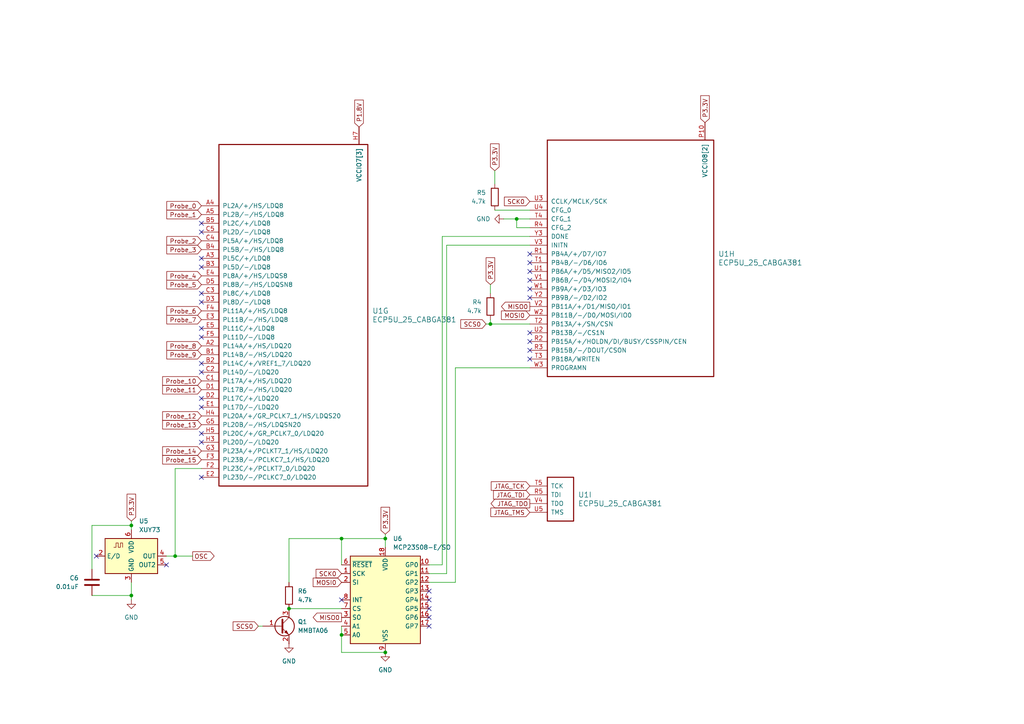
<source format=kicad_sch>
(kicad_sch (version 20231120) (generator "eeschema") (generator_version "8.0")
  (paper "A4")
  (title_block (title "HydraSucréLA"))
  (lib_symbols
    (symbol "Device:C" (pin_numbers hide) (pin_names (offset 0.254))
      (property "Reference" "C" (at 0.635 2.54 0))
      (property "Value" "C" (at 0.635 -2.54 0))
      (symbol "C_0_1"
        (polyline (pts (xy -2.032 -0.762) (xy 2.032 -0.762)) (stroke (width 0.508)))
        (polyline (pts (xy -2.032 0.762) (xy 2.032 0.762)) (stroke (width 0.508)))
      )
      (symbol "C_1_1"
        (pin passive line (at 0 3.81 270) (length 2.794) (name "~") (number "1"))
        (pin passive line (at 0 -3.81 90) (length 2.794) (name "~") (number "2"))
      )
    )
    (symbol "Device:R" (pin_numbers hide) (pin_names (offset 0))
      (property "Reference" "R" (at 2.032 0 90))
      (property "Value" "R" (at 0 0 90))
      (symbol "R_0_1"
        (rectangle (start -1.016 -2.54) (end 1.016 2.54) (stroke (width 0.254)))
      )
      (symbol "R_1_1"
        (pin passive line (at 0 3.81 270) (length 1.27) (name "~") (number "1"))
        (pin passive line (at 0 -3.81 90) (length 1.27) (name "~") (number "2"))
      )
    )
    (symbol "Interface_Expansion:MCP23008-xSO"
      (property "Reference" "U6" (at 2.1941 17.78 0))
      (property "Value" "MCP23S08-xSO" (at 2.1941 15.24 0))
      (symbol "MCP23008-xSO_0_1"
        (rectangle (start -10.16 12.7) (end 10.16 -12.7) (stroke (width 0.254)) (fill (type background)))
      )
      (symbol "MCP23008-xSO_1_1"
        (pin input line (at -12.7 7.62 0) (length 2.54) (name "SCK") (number "1"))
        (pin bidirectional line (at 12.7 10.16 180) (length 2.54) (name "GP0") (number "10"))
        (pin bidirectional line (at 12.7 7.62 180) (length 2.54) (name "GP1") (number "11"))
        (pin bidirectional line (at 12.7 5.08 180) (length 2.54) (name "GP2") (number "12"))
        (pin bidirectional line (at 12.7 2.54 180) (length 2.54) (name "GP3") (number "13"))
        (pin bidirectional line (at 12.7 0 180) (length 2.54) (name "GP4") (number "14"))
        (pin bidirectional line (at 12.7 -2.54 180) (length 2.54) (name "GP5") (number "15"))
        (pin bidirectional line (at 12.7 -5.08 180) (length 2.54) (name "GP6") (number "16"))
        (pin bidirectional line (at 12.7 -7.62 180) (length 2.54) (name "GP7") (number "17"))
        (pin power_in line (at 0 15.24 270) (length 2.54) (name "VDD") (number "18"))
        (pin input line (at -12.7 5.08 0) (length 2.54) (name "SI") (number "2"))
        (pin output line (at -12.7 -5.08 0) (length 2.54) (name "SO") (number "3"))
        (pin input line (at -12.7 -7.62 0) (length 2.54) (name "A1") (number "4"))
        (pin input line (at -12.7 -10.16 0) (length 2.54) (name "A0") (number "5"))
        (pin input line (at -12.7 10.16 0) (length 2.54) (name "~{RESET}") (number "6"))
        (pin input line (at -12.7 -2.54 0) (length 2.54) (name "CS") (number "7"))
        (pin output line (at -12.7 0 0) (length 2.54) (name "INT") (number "8"))
        (pin power_in line (at 0 -15.24 90) (length 2.54) (name "VSS") (number "9"))
      )
    )
    (symbol "Lattice_ECP5_FPGA:ECP5U_25_CABGA381" (pin_names (offset 1.016))
      (property "Reference" "U" (at 3.81 6.35 0))
      (property "Value" "ECP5U_25_CABGA381" (at 3.81 3.81 0))
      (symbol "ECP5U_25_CABGA381_1_1"
        (rectangle (start 5.08 17.78) (end 25.4 -96.52) (stroke (width 0.3048)))
        (pin no_connect line (at 0 -27.94 0) (length 5.08) (name "NC") (number "A15"))
        (pin power_in line (at 20.32 -101.6 90) (length 5.08) (name "GND[99]") (number "B14"))
        (pin power_in line (at 20.32 -101.6 90) (length 5.08) (name "GND[99]") (number "B7"))
        (pin power_in line (at 20.32 -101.6 90) (length 5.08) (name "GND[99]") (number "C19"))
        (pin no_connect line (at 0 -60.96 0) (length 5.08) (name "NC") (number "C9"))
        (pin no_connect line (at 0 -55.88 0) (length 5.08) (name "NC") (number "D10"))
        (pin power_in line (at 20.32 -101.6 90) (length 5.08) (name "GND[99]") (number "D4"))
        (pin no_connect line (at 0 -58.42 0) (length 5.08) (name "NC") (number "E10"))
        (pin power_in line (at 20.32 -101.6 90) (length 5.08) (name "GND[99]") (number "F13"))
        (pin power_in line (at 20.32 -101.6 90) (length 5.08) (name "GND[99]") (number "F14"))
        (pin power_in line (at 20.32 22.86 270) (length 5.08) (name "VCCAUX[4]") (number "F15"))
        (pin power_in line (at 20.32 22.86 270) (length 5.08) (name "VCCAUX[4]") (number "F6"))
        (pin power_in line (at 20.32 -101.6 90) (length 5.08) (name "GND[99]") (number "F7"))
        (pin power_in line (at 20.32 -101.6 90) (length 5.08) (name "GND[99]") (number "F8"))
        (pin power_in line (at 20.32 -101.6 90) (length 5.08) (name "GND[99]") (number "G10"))
        (pin power_in line (at 20.32 -101.6 90) (length 5.08) (name "GND[99]") (number "G11"))
        (pin power_in line (at 20.32 -101.6 90) (length 5.08) (name "GND[99]") (number "G12"))
        (pin power_in line (at 20.32 -101.6 90) (length 5.08) (name "GND[99]") (number "G13"))
        (pin power_in line (at 20.32 -101.6 90) (length 5.08) (name "GND[99]") (number "G14"))
        (pin power_in line (at 20.32 -101.6 90) (length 5.08) (name "GND[99]") (number "G15"))
        (pin power_in line (at 20.32 -101.6 90) (length 5.08) (name "GND[99]") (number "G17"))
        (pin power_in line (at 20.32 -101.6 90) (length 5.08) (name "GND[99]") (number "G4"))
        (pin power_in line (at 20.32 -101.6 90) (length 5.08) (name "GND[99]") (number "G6"))
        (pin power_in line (at 20.32 -101.6 90) (length 5.08) (name "GND[99]") (number "G7"))
        (pin power_in line (at 20.32 -101.6 90) (length 5.08) (name "GND[99]") (number "G8"))
        (pin power_in line (at 20.32 -101.6 90) (length 5.08) (name "GND[99]") (number "G9"))
        (pin power_in line (at 22.86 22.86 270) (length 5.08) (name "VCC[20]") (number "H10"))
        (pin power_in line (at 22.86 22.86 270) (length 5.08) (name "VCC[20]") (number "H11"))
        (pin power_in line (at 22.86 22.86 270) (length 5.08) (name "VCC[20]") (number "H12"))
        (pin power_in line (at 22.86 22.86 270) (length 5.08) (name "VCC[20]") (number "H13"))
        (pin power_in line (at 20.32 -101.6 90) (length 5.08) (name "GND[99]") (number "H19"))
        (pin power_in line (at 22.86 22.86 270) (length 5.08) (name "VCC[20]") (number "H8"))
        (pin power_in line (at 22.86 22.86 270) (length 5.08) (name "VCC[20]") (number "H9"))
        (pin power_in line (at 20.32 -101.6 90) (length 5.08) (name "GND[99]") (number "J10"))
        (pin power_in line (at 20.32 -101.6 90) (length 5.08) (name "GND[99]") (number "J11"))
        (pin power_in line (at 20.32 -101.6 90) (length 5.08) (name "GND[99]") (number "J12"))
        (pin power_in line (at 22.86 22.86 270) (length 5.08) (name "VCC[20]") (number "J13"))
        (pin power_in line (at 20.32 -101.6 90) (length 5.08) (name "GND[99]") (number "J14"))
        (pin power_in line (at 20.32 -101.6 90) (length 5.08) (name "GND[99]") (number "J2"))
        (pin power_in line (at 20.32 -101.6 90) (length 5.08) (name "GND[99]") (number "J7"))
        (pin power_in line (at 22.86 22.86 270) (length 5.08) (name "VCC[20]") (number "J8"))
        (pin power_in line (at 20.32 -101.6 90) (length 5.08) (name "GND[99]") (number "J9"))
        (pin power_in line (at 20.32 -101.6 90) (length 5.08) (name "GND[99]") (number "K10"))
        (pin power_in line (at 20.32 -101.6 90) (length 5.08) (name "GND[99]") (number "K11"))
        (pin power_in line (at 20.32 -101.6 90) (length 5.08) (name "GND[99]") (number "K12"))
        (pin power_in line (at 22.86 22.86 270) (length 5.08) (name "VCC[20]") (number "K13"))
        (pin power_in line (at 20.32 -101.6 90) (length 5.08) (name "GND[99]") (number "K14"))
        (pin power_in line (at 20.32 -101.6 90) (length 5.08) (name "GND[99]") (number "K15"))
        (pin no_connect line (at 0 -20.32 0) (length 5.08) (name "NC") (number "K16"))
        (pin no_connect line (at 0 -10.16 0) (length 5.08) (name "NC") (number "K17"))
        (pin power_in line (at 20.32 -101.6 90) (length 5.08) (name "GND[99]") (number "K6"))
        (pin power_in line (at 20.32 -101.6 90) (length 5.08) (name "GND[99]") (number "K7"))
        (pin power_in line (at 22.86 22.86 270) (length 5.08) (name "VCC[20]") (number "K8"))
        (pin power_in line (at 20.32 -101.6 90) (length 5.08) (name "GND[99]") (number "K9"))
        (pin power_in line (at 20.32 -101.6 90) (length 5.08) (name "GND[99]") (number "L10"))
        (pin power_in line (at 20.32 -101.6 90) (length 5.08) (name "GND[99]") (number "L11"))
        (pin power_in line (at 20.32 -101.6 90) (length 5.08) (name "GND[99]") (number "L12"))
        (pin power_in line (at 22.86 22.86 270) (length 5.08) (name "VCC[20]") (number "L13"))
        (pin power_in line (at 22.86 22.86 270) (length 5.08) (name "VCC[20]") (number "L8"))
        (pin power_in line (at 20.32 -101.6 90) (length 5.08) (name "GND[99]") (number "L9"))
        (pin power_in line (at 20.32 -101.6 90) (length 5.08) (name "GND[99]") (number "M10"))
        (pin power_in line (at 20.32 -101.6 90) (length 5.08) (name "GND[99]") (number "M11"))
        (pin power_in line (at 20.32 -101.6 90) (length 5.08) (name "GND[99]") (number "M12"))
        (pin power_in line (at 22.86 22.86 270) (length 5.08) (name "VCC[20]") (number "M13"))
        (pin power_in line (at 20.32 -101.6 90) (length 5.08) (name "GND[99]") (number "M14"))
        (pin power_in line (at 20.32 -101.6 90) (length 5.08) (name "GND[99]") (number "M16"))
        (pin power_in line (at 20.32 -101.6 90) (length 5.08) (name "GND[99]") (number "M2"))
        (pin no_connect line (at 0 -63.5 0) (length 5.08) (name "NC") (number "M5"))
        (pin power_in line (at 20.32 -101.6 90) (length 5.08) (name "GND[99]") (number "M7"))
        (pin power_in line (at 22.86 22.86 270) (length 5.08) (name "VCC[20]") (number "M8"))
        (pin power_in line (at 20.32 -101.6 90) (length 5.08) (name "GND[99]") (number "M9"))
        (pin power_in line (at 22.86 22.86 270) (length 5.08) (name "VCC[20]") (number "N10"))
        (pin power_in line (at 22.86 22.86 270) (length 5.08) (name "VCC[20]") (number "N11"))
        (pin power_in line (at 22.86 22.86 270) (length 5.08) (name "VCC[20]") (number "N12"))
        (pin power_in line (at 22.86 22.86 270) (length 5.08) (name "VCC[20]") (number "N13"))
        (pin power_in line (at 20.32 -101.6 90) (length 5.08) (name "GND[99]") (number "N14"))
        (pin power_in line (at 20.32 -101.6 90) (length 5.08) (name "GND[99]") (number "N15"))
        (pin power_in line (at 20.32 -101.6 90) (length 5.08) (name "GND[99]") (number "N6"))
        (pin power_in line (at 20.32 -101.6 90) (length 5.08) (name "GND[99]") (number "N7"))
        (pin power_in line (at 22.86 22.86 270) (length 5.08) (name "VCC[20]") (number "N8"))
        (pin power_in line (at 22.86 22.86 270) (length 5.08) (name "VCC[20]") (number "N9"))
        (pin power_in line (at 20.32 -101.6 90) (length 5.08) (name "GND[99]") (number "P11"))
        (pin power_in line (at 20.32 -101.6 90) (length 5.08) (name "GND[99]") (number "P12"))
        (pin power_in line (at 20.32 -101.6 90) (length 5.08) (name "GND[99]") (number "P13"))
        (pin power_in line (at 20.32 -101.6 90) (length 5.08) (name "GND[99]") (number "P14"))
        (pin power_in line (at 20.32 22.86 270) (length 5.08) (name "VCCAUX[4]") (number "P15"))
        (pin power_in line (at 20.32 22.86 270) (length 5.08) (name "VCCAUX[4]") (number "P6"))
        (pin power_in line (at 20.32 -101.6 90) (length 5.08) (name "GND[99]") (number "P7"))
        (pin power_in line (at 20.32 -101.6 90) (length 5.08) (name "GND[99]") (number "P8"))
        (pin power_in line (at 20.32 -101.6 90) (length 5.08) (name "GND[99]") (number "R19"))
        (pin power_in line (at 20.32 -101.6 90) (length 5.08) (name "GND[99]") (number "T10"))
        (pin no_connect line (at 0 -53.34 0) (length 5.08) (name "NC") (number "T11"))
        (pin no_connect line (at 0 -50.8 0) (length 5.08) (name "NC") (number "T12"))
        (pin no_connect line (at 0 -45.72 0) (length 5.08) (name "NC") (number "T13"))
        (pin no_connect line (at 0 -38.1 0) (length 5.08) (name "NC") (number "T14"))
        (pin no_connect line (at 0 -30.48 0) (length 5.08) (name "NC") (number "T15"))
        (pin no_connect line (at 0 -22.86 0) (length 5.08) (name "NC") (number "T16"))
        (pin power_in line (at 20.32 -101.6 90) (length 5.08) (name "GND[99]") (number "T6"))
        (pin power_in line (at 20.32 -101.6 90) (length 5.08) (name "GND[99]") (number "T7"))
        (pin power_in line (at 20.32 -101.6 90) (length 5.08) (name "GND[99]") (number "T8"))
        (pin power_in line (at 20.32 -101.6 90) (length 5.08) (name "GND[99]") (number "T9"))
        (pin power_in line (at 20.32 -101.6 90) (length 5.08) (name "GND[99]") (number "U10"))
        (pin power_in line (at 20.32 -101.6 90) (length 5.08) (name "GND[99]") (number "U11"))
        (pin power_in line (at 20.32 -101.6 90) (length 5.08) (name "GND[99]") (number "U12"))
        (pin power_in line (at 20.32 -101.6 90) (length 5.08) (name "GND[99]") (number "U13"))
        (pin power_in line (at 20.32 -101.6 90) (length 5.08) (name "GND[99]") (number "U14"))
        (pin no_connect line (at 0 -33.02 0) (length 5.08) (name "NC") (number "U15"))
        (pin power_in line (at 20.32 -101.6 90) (length 5.08) (name "GND[99]") (number "U6"))
        (pin power_in line (at 20.32 -101.6 90) (length 5.08) (name "GND[99]") (number "U7"))
        (pin power_in line (at 20.32 -101.6 90) (length 5.08) (name "GND[99]") (number "U8"))
        (pin power_in line (at 20.32 -101.6 90) (length 5.08) (name "GND[99]") (number "U9"))
        (pin power_in line (at 20.32 -101.6 90) (length 5.08) (name "GND[99]") (number "V10"))
        (pin power_in line (at 20.32 -101.6 90) (length 5.08) (name "GND[99]") (number "V11"))
        (pin power_in line (at 20.32 -101.6 90) (length 5.08) (name "GND[99]") (number "V12"))
        (pin power_in line (at 20.32 -101.6 90) (length 5.08) (name "GND[99]") (number "V13"))
        (pin power_in line (at 20.32 -101.6 90) (length 5.08) (name "GND[99]") (number "V14"))
        (pin power_in line (at 20.32 -101.6 90) (length 5.08) (name "GND[99]") (number "V15"))
        (pin power_in line (at 20.32 -101.6 90) (length 5.08) (name "GND[99]") (number "V16"))
        (pin no_connect line (at 0 -12.7 0) (length 5.08) (name "NC") (number "V17"))
        (pin no_connect line (at 0 -5.08 0) (length 5.08) (name "NC") (number "V18"))
        (pin power_in line (at 20.32 -101.6 90) (length 5.08) (name "GND[99]") (number "V19"))
        (pin power_in line (at 20.32 -101.6 90) (length 5.08) (name "GND[99]") (number "V20"))
        (pin power_in line (at 20.32 -101.6 90) (length 5.08) (name "GND[99]") (number "V5"))
        (pin power_in line (at 20.32 -101.6 90) (length 5.08) (name "GND[99]") (number "V6"))
        (pin power_in line (at 20.32 -101.6 90) (length 5.08) (name "GND[99]") (number "V7"))
        (pin power_in line (at 20.32 -101.6 90) (length 5.08) (name "GND[99]") (number "V8"))
        (pin power_in line (at 20.32 -101.6 90) (length 5.08) (name "GND[99]") (number "V9"))
        (pin no_connect line (at 0 -76.2 0) (length 5.08) (name "RESERVED") (number "W10"))
        (pin no_connect line (at 0 -78.74 0) (length 5.08) (name "RESERVED") (number "W11"))
        (pin power_in line (at 20.32 -101.6 90) (length 5.08) (name "GND[99]") (number "W12"))
        (pin no_connect line (at 0 -48.26 0) (length 5.08) (name "NC") (number "W13"))
        (pin no_connect line (at 0 -40.64 0) (length 5.08) (name "NC") (number "W14"))
        (pin power_in line (at 20.32 -101.6 90) (length 5.08) (name "GND[99]") (number "W15"))
        (pin power_in line (at 20.32 -101.6 90) (length 5.08) (name "GND[99]") (number "W16"))
        (pin no_connect line (at 0 -15.24 0) (length 5.08) (name "NC") (number "W17"))
        (pin no_connect line (at 0 -7.62 0) (length 5.08) (name "NC") (number "W18"))
        (pin power_in line (at 20.32 -101.6 90) (length 5.08) (name "GND[99]") (number "W19"))
        (pin no_connect line (at 0 0 0) (length 5.08) (name "NC") (number "W20"))
        (pin no_connect line (at 0 -66.04 0) (length 5.08) (name "RESERVED") (number "W4"))
        (pin no_connect line (at 0 -68.58 0) (length 5.08) (name "RESERVED") (number "W5"))
        (pin power_in line (at 20.32 -101.6 90) (length 5.08) (name "GND[99]") (number "W6"))
        (pin power_in line (at 20.32 -101.6 90) (length 5.08) (name "GND[99]") (number "W7"))
        (pin no_connect line (at 0 -71.12 0) (length 5.08) (name "RESERVED") (number "W8"))
        (pin no_connect line (at 0 -73.66 0) (length 5.08) (name "RESERVED") (number "W9"))
        (pin power_in line (at 20.32 -101.6 90) (length 5.08) (name "GND[99]") (number "Y11"))
        (pin power_in line (at 20.32 -101.6 90) (length 5.08) (name "GND[99]") (number "Y12"))
        (pin no_connect line (at 0 -43.18 0) (length 5.08) (name "NC") (number "Y14"))
        (pin no_connect line (at 0 -35.56 0) (length 5.08) (name "NC") (number "Y15"))
        (pin no_connect line (at 0 -25.4 0) (length 5.08) (name "NC") (number "Y16"))
        (pin no_connect line (at 0 -17.78 0) (length 5.08) (name "NC") (number "Y17"))
        (pin no_connect line (at 0 -2.54 0) (length 5.08) (name "NC") (number "Y19"))
        (pin power_in line (at 20.32 -101.6 90) (length 5.08) (name "GND[99]") (number "Y5"))
        (pin power_in line (at 20.32 -101.6 90) (length 5.08) (name "GND[99]") (number "Y6"))
        (pin power_in line (at 20.32 -101.6 90) (length 5.08) (name "GND[99]") (number "Y7"))
        (pin power_in line (at 20.32 -101.6 90) (length 5.08) (name "GND[99]") (number "Y8"))
      )
      (symbol "ECP5U_25_CABGA381_2_1"
        (rectangle (start 5.08 17.78) (end 35.56 -60.96) (stroke (width 0.3048)))
        (pin bidirectional line (at 0 -50.8 0) (length 5.08) (name "PT27A/+/PCLKT0_1") (number "A10"))
        (pin bidirectional line (at 0 -53.34 0) (length 5.08) (name "PT27B/-/PCLKC0_1") (number "A11"))
        (pin bidirectional line (at 0 0 0) (length 5.08) (name "PT4A/+") (number "A6"))
        (pin bidirectional line (at 0 -30.48 0) (length 5.08) (name "PT18A/+") (number "A7"))
        (pin bidirectional line (at 0 -33.02 0) (length 5.08) (name "PT18B/-") (number "A8"))
        (pin bidirectional line (at 0 -45.72 0) (length 5.08) (name "PT24A/+/GR_PCLK0_1") (number "A9"))
        (pin bidirectional line (at 0 -48.26 0) (length 5.08) (name "PT24B/-/GR_PCLK0_0") (number "B10"))
        (pin bidirectional line (at 0 -55.88 0) (length 5.08) (name "PT29A/+/PCLKT0_0") (number "B11"))
        (pin bidirectional line (at 0 -2.54 0) (length 5.08) (name "PT4B/-") (number "B6"))
        (pin bidirectional line (at 0 -27.94 0) (length 5.08) (name "PT15B/-") (number "B8"))
        (pin bidirectional line (at 0 -40.64 0) (length 5.08) (name "PT22A/+") (number "B9"))
        (pin bidirectional line (at 0 -43.18 0) (length 5.08) (name "PT22B/-") (number "C10"))
        (pin bidirectional line (at 0 -58.42 0) (length 5.08) (name "PT29B/-/PCLKC0_0") (number "C11"))
        (pin bidirectional line (at 0 -15.24 0) (length 5.08) (name "PT11A/+") (number "C6"))
        (pin bidirectional line (at 0 -17.78 0) (length 5.08) (name "PT11B/-") (number "C7"))
        (pin bidirectional line (at 0 -25.4 0) (length 5.08) (name "PT15A/+") (number "C8"))
        (pin bidirectional line (at 0 -7.62 0) (length 5.08) (name "PT6B/-") (number "D6"))
        (pin bidirectional line (at 0 -12.7 0) (length 5.08) (name "PT9B/-") (number "D7"))
        (pin bidirectional line (at 0 -22.86 0) (length 5.08) (name "PT13B/-") (number "D8"))
        (pin bidirectional line (at 0 -35.56 0) (length 5.08) (name "PT20A/+") (number "D9"))
        (pin bidirectional line (at 0 -5.08 0) (length 5.08) (name "PT6A/+") (number "E6"))
        (pin bidirectional line (at 0 -10.16 0) (length 5.08) (name "PT9A/+") (number "E7"))
        (pin bidirectional line (at 0 -20.32 0) (length 5.08) (name "PT13A/+") (number "E8"))
        (pin bidirectional line (at 0 -38.1 0) (length 5.08) (name "PT20B/-") (number "E9"))
        (pin power_in line (at 33.02 22.86 270) (length 5.08) (name "VCCIO0[2]") (number "F10"))
        (pin power_in line (at 33.02 22.86 270) (length 5.08) (name "VCCIO0[2]") (number "F9"))
      )
      (symbol "ECP5U_25_CABGA381_3_1"
        (rectangle (start 5.08 17.78) (end 35.56 -81.28) (stroke (width 0.3048)))
        (pin bidirectional line (at 0 -15.24 0) (length 5.08) (name "PT40A/+") (number "A12"))
        (pin bidirectional line (at 0 -17.78 0) (length 5.08) (name "PT40B/-") (number "A13"))
        (pin bidirectional line (at 0 -30.48 0) (length 5.08) (name "PT47A/+") (number "A14"))
        (pin bidirectional line (at 0 -50.8 0) (length 5.08) (name "PT56A/+") (number "A16"))
        (pin bidirectional line (at 0 -66.04 0) (length 5.08) (name "PT62A/+") (number "A17"))
        (pin bidirectional line (at 0 -71.12 0) (length 5.08) (name "PT65A/+") (number "A18"))
        (pin bidirectional line (at 0 -76.2 0) (length 5.08) (name "PT67A/+") (number "A19"))
        (pin bidirectional line (at 0 -5.08 0) (length 5.08) (name "PT35A/+/PCLKT1_0") (number "B12"))
        (pin bidirectional line (at 0 -20.32 0) (length 5.08) (name "PT42A/+") (number "B13"))
        (pin bidirectional line (at 0 -40.64 0) (length 5.08) (name "PT51A/+") (number "B15"))
        (pin bidirectional line (at 0 -53.34 0) (length 5.08) (name "PT56B/-") (number "B16"))
        (pin bidirectional line (at 0 -60.96 0) (length 5.08) (name "PT60A/+") (number "B17"))
        (pin bidirectional line (at 0 -68.58 0) (length 5.08) (name "PT62B/-") (number "B18"))
        (pin bidirectional line (at 0 -73.66 0) (length 5.08) (name "PT65B/-") (number "B19"))
        (pin bidirectional line (at 0 -78.74 0) (length 5.08) (name "PT67B/-") (number "B20"))
        (pin bidirectional line (at 0 -7.62 0) (length 5.08) (name "PT35B/-/PCLKC1_0") (number "C12"))
        (pin bidirectional line (at 0 -22.86 0) (length 5.08) (name "PT42B/-") (number "C13"))
        (pin bidirectional line (at 0 -33.02 0) (length 5.08) (name "PT47B/-") (number "C14"))
        (pin bidirectional line (at 0 -43.18 0) (length 5.08) (name "PT51B/-") (number "C15"))
        (pin bidirectional line (at 0 -55.88 0) (length 5.08) (name "PT58A/+") (number "C16"))
        (pin bidirectional line (at 0 -63.5 0) (length 5.08) (name "PT60B/-") (number "C17"))
        (pin bidirectional line (at 0 0 0) (length 5.08) (name "PT33A/+/PCLKT1_1") (number "D11"))
        (pin bidirectional line (at 0 -10.16 0) (length 5.08) (name "PT38A/+/GR_PCLK1_0") (number "D12"))
        (pin bidirectional line (at 0 -25.4 0) (length 5.08) (name "PT44A/+") (number "D13"))
        (pin bidirectional line (at 0 -35.56 0) (length 5.08) (name "PT49A/+") (number "D14"))
        (pin bidirectional line (at 0 -45.72 0) (length 5.08) (name "PT53A/+") (number "D15"))
        (pin bidirectional line (at 0 -58.42 0) (length 5.08) (name "PT58B/-") (number "D16"))
        (pin bidirectional line (at 0 -2.54 0) (length 5.08) (name "PT33B/-/PCLKC1_1") (number "E11"))
        (pin bidirectional line (at 0 -12.7 0) (length 5.08) (name "PT38B/-/GR_PCLK1_1") (number "E12"))
        (pin bidirectional line (at 0 -27.94 0) (length 5.08) (name "PT44B/-") (number "E13"))
        (pin bidirectional line (at 0 -38.1 0) (length 5.08) (name "PT49B/-") (number "E14"))
        (pin bidirectional line (at 0 -48.26 0) (length 5.08) (name "PT53B/-") (number "E15"))
        (pin power_in line (at 33.02 22.86 270) (length 5.08) (name "VCCIO1[2]") (number "F11"))
        (pin power_in line (at 33.02 22.86 270) (length 5.08) (name "VCCIO1[2]") (number "F12"))
      )
      (symbol "ECP5U_25_CABGA381_4_1"
        (rectangle (start 5.08 17.78) (end 48.26 -81.28) (stroke (width 0.3048)))
        (pin bidirectional line (at 0 0 0) (length 5.08) (name "PR2A/+/HS/RDQ8") (number "C18"))
        (pin bidirectional line (at 0 -40.64 0) (length 5.08) (name "PR14A/+/HS/RDQ20") (number "C20"))
        (pin bidirectional line (at 0 -2.54 0) (length 5.08) (name "PR2B/-/S0_IN/HS/RDQ8") (number "D17"))
        (pin bidirectional line (at 0 -10.16 0) (length 5.08) (name "PR5A/+/HS/RDQ8") (number "D18"))
        (pin bidirectional line (at 0 -43.18 0) (length 5.08) (name "PR14B/-/HS/RDQ20") (number "D19"))
        (pin bidirectional line (at 0 -45.72 0) (length 5.08) (name "PR14C/+/VREF1_2/RDQ20") (number "D20"))
        (pin bidirectional line (at 0 -5.08 0) (length 5.08) (name "PR2C/+/RDQ8") (number "E16"))
        (pin bidirectional line (at 0 -12.7 0) (length 5.08) (name "PR5B/-/HS/RDQ8") (number "E17"))
        (pin bidirectional line (at 0 -15.24 0) (length 5.08) (name "PR5C/+/RDQ8") (number "E18"))
        (pin bidirectional line (at 0 -48.26 0) (length 5.08) (name "PR14D/-/RDQ20") (number "E19"))
        (pin bidirectional line (at 0 -50.8 0) (length 5.08) (name "PR17A/+/HS/RDQ20") (number "E20"))
        (pin bidirectional line (at 0 -7.62 0) (length 5.08) (name "PR2D/-/RDQ8") (number "F16"))
        (pin bidirectional line (at 0 -20.32 0) (length 5.08) (name "PR8A/+/HS/RDQS8") (number "F17"))
        (pin bidirectional line (at 0 -17.78 0) (length 5.08) (name "PR5D/-/RDQ8") (number "F18"))
        (pin bidirectional line (at 0 -53.34 0) (length 5.08) (name "PR17B/-/HS/RDQ20") (number "F19"))
        (pin bidirectional line (at 0 -55.88 0) (length 5.08) (name "PR17C/+/RDQ20") (number "F20"))
        (pin bidirectional line (at 0 -25.4 0) (length 5.08) (name "PR8C/+/RDQ8") (number "G16"))
        (pin bidirectional line (at 0 -22.86 0) (length 5.08) (name "PR8B/-/HS/RDQSN8") (number "G18"))
        (pin bidirectional line (at 0 -60.96 0) (length 5.08) (name "PR20A/+/GR_PCLK2_1/HS/RDQS20") (number "G19"))
        (pin bidirectional line (at 0 -58.42 0) (length 5.08) (name "PR17D/-/RDQ20") (number "G20"))
        (pin power_in line (at 45.72 22.86 270) (length 5.08) (name "VCCIO2[3]") (number "H14"))
        (pin power_in line (at 45.72 22.86 270) (length 5.08) (name "VCCIO2[3]") (number "H15"))
        (pin bidirectional line (at 0 -27.94 0) (length 5.08) (name "PR8D/-/RDQ8") (number "H16"))
        (pin bidirectional line (at 0 -33.02 0) (length 5.08) (name "PR11B/-/HS/RDQ8") (number "H17"))
        (pin bidirectional line (at 0 -30.48 0) (length 5.08) (name "PR11A/+/HS/RDQ8") (number "H18"))
        (pin bidirectional line (at 0 -63.5 0) (length 5.08) (name "PR20B/-/HS/RDQSN20") (number "H20"))
        (pin power_in line (at 45.72 22.86 270) (length 5.08) (name "VCCIO2[3]") (number "J15"))
        (pin bidirectional line (at 0 -38.1 0) (length 5.08) (name "PR11D/-/RDQ8") (number "J16"))
        (pin bidirectional line (at 0 -35.56 0) (length 5.08) (name "PR11C/+/RDQ8") (number "J17"))
        (pin bidirectional line (at 0 -66.04 0) (length 5.08) (name "PR20C/+/GR_PCLK2_0/RDQ20") (number "J18"))
        (pin bidirectional line (at 0 -71.12 0) (length 5.08) (name "PR23A/+/PCLKT2_1/HS/RDQ20") (number "J19"))
        (pin bidirectional line (at 0 -76.2 0) (length 5.08) (name "PR23C/+/PCLKT2_0/RDQ20") (number "J20"))
        (pin bidirectional line (at 0 -68.58 0) (length 5.08) (name "PR20D/-/RDQ20") (number "K18"))
        (pin bidirectional line (at 0 -73.66 0) (length 5.08) (name "PR23B/-/PCLKC2_1/HS/RDQ20") (number "K19"))
        (pin bidirectional line (at 0 -78.74 0) (length 5.08) (name "PR23D/-/PCLKC2_0/RDQ20") (number "K20"))
      )
      (symbol "ECP5U_25_CABGA381_5_1"
        (rectangle (start 5.08 17.78) (end 48.26 -81.28) (stroke (width 0.3048)))
        (pin power_in line (at 45.72 22.86 270) (length 5.08) (name "VCCIO3[3]") (number "L14"))
        (pin power_in line (at 45.72 22.86 270) (length 5.08) (name "VCCIO3[3]") (number "L15"))
        (pin bidirectional line (at 0 -10.16 0) (length 5.08) (name "PR29A/+/GR_PCLK3_0/HS/RDQ32") (number "L16"))
        (pin bidirectional line (at 0 -12.7 0) (length 5.08) (name "PR29B/-/HS/RDQ32") (number "L17"))
        (pin bidirectional line (at 0 -15.24 0) (length 5.08) (name "PR29C/+/GR_PCLK3_1/RDQ32") (number "L18"))
        (pin bidirectional line (at 0 -5.08 0) (length 5.08) (name "PR26C/+/PCLKT3_0/RDQ32") (number "L19"))
        (pin bidirectional line (at 0 0 0) (length 5.08) (name "PR26A/+/PCLKT3_1/HS/RDQ32") (number "L20"))
        (pin power_in line (at 45.72 22.86 270) (length 5.08) (name "VCCIO3[3]") (number "M15"))
        (pin bidirectional line (at 0 -22.86 0) (length 5.08) (name "PR32B/-/HS/RDQSN32") (number "M17"))
        (pin bidirectional line (at 0 -17.78 0) (length 5.08) (name "PR29D/-/RDQ32") (number "M18"))
        (pin bidirectional line (at 0 -7.62 0) (length 5.08) (name "PR26D/-/PCLKC3_0/RDQ32") (number "M19"))
        (pin bidirectional line (at 0 -2.54 0) (length 5.08) (name "PR26B/-/PCLKC3_1/HS/RDQ32") (number "M20"))
        (pin bidirectional line (at 0 -20.32 0) (length 5.08) (name "PR32A/+/HS/RDQS32") (number "N16"))
        (pin bidirectional line (at 0 -30.48 0) (length 5.08) (name "PR35A/+/HS/RDQ32") (number "N17"))
        (pin bidirectional line (at 0 -25.4 0) (length 5.08) (name "PR32C/+/RDQ32") (number "N18"))
        (pin bidirectional line (at 0 -40.64 0) (length 5.08) (name "PR38A/+/HS/RDQ44") (number "N19"))
        (pin bidirectional line (at 0 -43.18 0) (length 5.08) (name "PR38B/-/HS/RDQ44") (number "N20"))
        (pin bidirectional line (at 0 -33.02 0) (length 5.08) (name "PR35B/-/VREF1_3/HS/RDQ32") (number "P16"))
        (pin bidirectional line (at 0 -27.94 0) (length 5.08) (name "PR32D/-/RDQ32") (number "P17"))
        (pin bidirectional line (at 0 -48.26 0) (length 5.08) (name "PR38D/-/RDQ44") (number "P18"))
        (pin bidirectional line (at 0 -45.72 0) (length 5.08) (name "PR38C/+/RDQ44") (number "P19"))
        (pin bidirectional line (at 0 -50.8 0) (length 5.08) (name "PR41A/+/HS/RDQ44") (number "P20"))
        (pin bidirectional line (at 0 -35.56 0) (length 5.08) (name "PR35C/+/RDQ32") (number "R16"))
        (pin bidirectional line (at 0 -38.1 0) (length 5.08) (name "PR35D/-/RDQ32") (number "R17"))
        (pin bidirectional line (at 0 -63.5 0) (length 5.08) (name "PR44B/-/HS/RDQSN44") (number "R18"))
        (pin bidirectional line (at 0 -53.34 0) (length 5.08) (name "PR41B/-/HS/RDQ44") (number "R20"))
        (pin bidirectional line (at 0 -78.74 0) (length 5.08) (name "PR47D/-/LRC_GPLL0C_IN/RDQ44") (number "T17"))
        (pin bidirectional line (at 0 -68.58 0) (length 5.08) (name "PR44D/-/RDQ44") (number "T18"))
        (pin bidirectional line (at 0 -60.96 0) (length 5.08) (name "PR44A/+/HS/RDQS44") (number "T19"))
        (pin bidirectional line (at 0 -55.88 0) (length 5.08) (name "PR41C/+/RDQ44") (number "T20"))
        (pin bidirectional line (at 0 -76.2 0) (length 5.08) (name "PR47C/+/LRC_GPLL0T_IN/RDQ44") (number "U16"))
        (pin bidirectional line (at 0 -73.66 0) (length 5.08) (name "PR47B/-/HS/RDQ44") (number "U17"))
        (pin bidirectional line (at 0 -71.12 0) (length 5.08) (name "PR47A/+/HS/RDQ44") (number "U18"))
        (pin bidirectional line (at 0 -66.04 0) (length 5.08) (name "PR44C/+/RDQ44") (number "U19"))
        (pin bidirectional line (at 0 -58.42 0) (length 5.08) (name "PR41D/-/RDQ44") (number "U20"))
      )
      (symbol "ECP5U_25_CABGA381_6_1"
        (rectangle (start 5.08 17.78) (end 48.26 -81.28) (stroke (width 0.3048)))
        (pin bidirectional line (at 0 -2.54 0) (length 5.08) (name "PL26B/-/PCLKC6_1/HS/LDQ32") (number "F1"))
        (pin bidirectional line (at 0 -7.62 0) (length 5.08) (name "PL26D/-/PCLKC6_0/LDQ32") (number "G1"))
        (pin bidirectional line (at 0 0 0) (length 5.08) (name "PL26A/+/PCLKT6_1/HS/LDQ32") (number "G2"))
        (pin bidirectional line (at 0 -25.4 0) (length 5.08) (name "PL32C/+/LDQ32") (number "H1"))
        (pin bidirectional line (at 0 -5.08 0) (length 5.08) (name "PL26C/+/PCLKT6_0/LDQ32") (number "H2"))
        (pin bidirectional line (at 0 -22.86 0) (length 5.08) (name "PL32B/-/HS/LDQSN32") (number "J1"))
        (pin bidirectional line (at 0 -15.24 0) (length 5.08) (name "PL29C/+/GR_PCLK6_1/LDQ32") (number "J3"))
        (pin bidirectional line (at 0 -10.16 0) (length 5.08) (name "PL29A/+/GR_PCLK6_0/HS/LDQ32") (number "J4"))
        (pin bidirectional line (at 0 -12.7 0) (length 5.08) (name "PL29B/-/HS/LDQ32") (number "J5"))
        (pin bidirectional line (at 0 -27.94 0) (length 5.08) (name "PL32D/-/LDQ32") (number "K1"))
        (pin bidirectional line (at 0 -20.32 0) (length 5.08) (name "PL32A/+/HS/LDQS32") (number "K2"))
        (pin bidirectional line (at 0 -17.78 0) (length 5.08) (name "PL29D/-/LDQ32") (number "K3"))
        (pin bidirectional line (at 0 -30.48 0) (length 5.08) (name "PL35A/+/HS/LDQ32") (number "K4"))
        (pin bidirectional line (at 0 -33.02 0) (length 5.08) (name "PL35B/-/VREF1_6/HS/LDQ32") (number "K5"))
        (pin bidirectional line (at 0 -66.04 0) (length 5.08) (name "PL44C/+/LDQ44") (number "L1"))
        (pin bidirectional line (at 0 -58.42 0) (length 5.08) (name "PL41D/-/LDQ44") (number "L2"))
        (pin bidirectional line (at 0 -55.88 0) (length 5.08) (name "PL41C/+/LDQ44") (number "L3"))
        (pin bidirectional line (at 0 -35.56 0) (length 5.08) (name "PL35C/+/LDQ32") (number "L4"))
        (pin bidirectional line (at 0 -38.1 0) (length 5.08) (name "PL35D/-/LDQ32") (number "L5"))
        (pin power_in line (at 45.72 22.86 270) (length 5.08) (name "VCCIO6[3]") (number "L6"))
        (pin power_in line (at 45.72 22.86 270) (length 5.08) (name "VCCIO6[3]") (number "L7"))
        (pin bidirectional line (at 0 -63.5 0) (length 5.08) (name "PL44B/-/HS/LDQSN44") (number "M1"))
        (pin bidirectional line (at 0 -53.34 0) (length 5.08) (name "PL41B/-/HS/LDQ44") (number "M3"))
        (pin bidirectional line (at 0 -40.64 0) (length 5.08) (name "PL38A/+/HS/LDQ44") (number "M4"))
        (pin power_in line (at 45.72 22.86 270) (length 5.08) (name "VCCIO6[3]") (number "M6"))
        (pin bidirectional line (at 0 -68.58 0) (length 5.08) (name "PL44D/-/LDQ44") (number "N1"))
        (pin bidirectional line (at 0 -60.96 0) (length 5.08) (name "PL44A/+/HS/LDQS44") (number "N2"))
        (pin bidirectional line (at 0 -50.8 0) (length 5.08) (name "PL41A/+/HS/LDQ44") (number "N3"))
        (pin bidirectional line (at 0 -45.72 0) (length 5.08) (name "PL38C/+/LDQ44") (number "N4"))
        (pin bidirectional line (at 0 -43.18 0) (length 5.08) (name "PL38B/-/HS/LDQ44") (number "N5"))
        (pin bidirectional line (at 0 -71.12 0) (length 5.08) (name "PL47A/+/HS/LDQ44") (number "P1"))
        (pin bidirectional line (at 0 -73.66 0) (length 5.08) (name "PL47B/-/HS/LDQ44") (number "P2"))
        (pin bidirectional line (at 0 -76.2 0) (length 5.08) (name "PL47C/+/LLC_GPLL0T_IN/LDQ44") (number "P3"))
        (pin bidirectional line (at 0 -78.74 0) (length 5.08) (name "PL47D/-/LLC_GPLL0C_IN/LDQ44") (number "P4"))
        (pin bidirectional line (at 0 -48.26 0) (length 5.08) (name "PL38D/-/LDQ44") (number "P5"))
      )
      (symbol "ECP5U_25_CABGA381_7_1"
        (rectangle (start 5.08 17.78) (end 48.26 -81.28) (stroke (width 0.3048)))
        (pin bidirectional line (at 0 -40.64 0) (length 5.08) (name "PL14A/+/HS/LDQ20") (number "A2"))
        (pin bidirectional line (at 0 -15.24 0) (length 5.08) (name "PL5C/+/LDQ8") (number "A3"))
        (pin bidirectional line (at 0 0 0) (length 5.08) (name "PL2A/+/HS/LDQ8") (number "A4"))
        (pin bidirectional line (at 0 -2.54 0) (length 5.08) (name "PL2B/-/HS/LDQ8") (number "A5"))
        (pin bidirectional line (at 0 -43.18 0) (length 5.08) (name "PL14B/-/HS/LDQ20") (number "B1"))
        (pin bidirectional line (at 0 -45.72 0) (length 5.08) (name "PL14C/+/VREF1_7/LDQ20") (number "B2"))
        (pin bidirectional line (at 0 -17.78 0) (length 5.08) (name "PL5D/-/LDQ8") (number "B3"))
        (pin bidirectional line (at 0 -12.7 0) (length 5.08) (name "PL5B/-/HS/LDQ8") (number "B4"))
        (pin bidirectional line (at 0 -5.08 0) (length 5.08) (name "PL2C/+/LDQ8") (number "B5"))
        (pin bidirectional line (at 0 -50.8 0) (length 5.08) (name "PL17A/+/HS/LDQ20") (number "C1"))
        (pin bidirectional line (at 0 -48.26 0) (length 5.08) (name "PL14D/-/LDQ20") (number "C2"))
        (pin bidirectional line (at 0 -25.4 0) (length 5.08) (name "PL8C/+/LDQ8") (number "C3"))
        (pin bidirectional line (at 0 -10.16 0) (length 5.08) (name "PL5A/+/HS/LDQ8") (number "C4"))
        (pin bidirectional line (at 0 -7.62 0) (length 5.08) (name "PL2D/-/LDQ8") (number "C5"))
        (pin bidirectional line (at 0 -53.34 0) (length 5.08) (name "PL17B/-/HS/LDQ20") (number "D1"))
        (pin bidirectional line (at 0 -55.88 0) (length 5.08) (name "PL17C/+/LDQ20") (number "D2"))
        (pin bidirectional line (at 0 -27.94 0) (length 5.08) (name "PL8D/-/LDQ8") (number "D3"))
        (pin bidirectional line (at 0 -22.86 0) (length 5.08) (name "PL8B/-/HS/LDQSN8") (number "D5"))
        (pin bidirectional line (at 0 -58.42 0) (length 5.08) (name "PL17D/-/LDQ20") (number "E1"))
        (pin bidirectional line (at 0 -78.74 0) (length 5.08) (name "PL23D/-/PCLKC7_0/LDQ20") (number "E2"))
        (pin bidirectional line (at 0 -33.02 0) (length 5.08) (name "PL11B/-/HS/LDQ8") (number "E3"))
        (pin bidirectional line (at 0 -20.32 0) (length 5.08) (name "PL8A/+/HS/LDQS8") (number "E4"))
        (pin bidirectional line (at 0 -35.56 0) (length 5.08) (name "PL11C/+/LDQ8") (number "E5"))
        (pin bidirectional line (at 0 -76.2 0) (length 5.08) (name "PL23C/+/PCLKT7_0/LDQ20") (number "F2"))
        (pin bidirectional line (at 0 -73.66 0) (length 5.08) (name "PL23B/-/PCLKC7_1/HS/LDQ20") (number "F3"))
        (pin bidirectional line (at 0 -30.48 0) (length 5.08) (name "PL11A/+/HS/LDQ8") (number "F4"))
        (pin bidirectional line (at 0 -38.1 0) (length 5.08) (name "PL11D/-/LDQ8") (number "F5"))
        (pin bidirectional line (at 0 -71.12 0) (length 5.08) (name "PL23A/+/PCLKT7_1/HS/LDQ20") (number "G3"))
        (pin bidirectional line (at 0 -63.5 0) (length 5.08) (name "PL20B/-/HS/LDQSN20") (number "G5"))
        (pin bidirectional line (at 0 -68.58 0) (length 5.08) (name "PL20D/-/LDQ20") (number "H3"))
        (pin bidirectional line (at 0 -60.96 0) (length 5.08) (name "PL20A/+/GR_PCLK7_1/HS/LDQS20") (number "H4"))
        (pin bidirectional line (at 0 -66.04 0) (length 5.08) (name "PL20C/+/GR_PCLK7_0/LDQ20") (number "H5"))
        (pin power_in line (at 45.72 22.86 270) (length 5.08) (name "VCCIO7[3]") (number "H6"))
        (pin power_in line (at 45.72 22.86 270) (length 5.08) (name "VCCIO7[3]") (number "H7"))
        (pin power_in line (at 45.72 22.86 270) (length 5.08) (name "VCCIO7[3]") (number "J6"))
      )
      (symbol "ECP5U_25_CABGA381_8_1"
        (rectangle (start 5.08 17.78) (end 53.34 -50.8) (stroke (width 0.3048)))
        (pin power_in line (at 50.8 22.86 270) (length 5.08) (name "VCCIO8[2]") (number "P10"))
        (pin power_in line (at 50.8 22.86 270) (length 5.08) (name "VCCIO8[2]") (number "P9"))
        (pin bidirectional line (at 0 -15.24 0) (length 5.08) (name "PB4A/+/D7/IO7") (number "R1"))
        (pin bidirectional line (at 0 -40.64 0) (length 5.08) (name "PB15A/+/HOLDN/DI/BUSY/CSSPIN/CEN") (number "R2"))
        (pin bidirectional line (at 0 -43.18 0) (length 5.08) (name "PB15B/-/DOUT/CSON") (number "R3"))
        (pin bidirectional line (at 0 -7.62 0) (length 5.08) (name "CFG_2") (number "R4"))
        (pin bidirectional line (at 0 -17.78 0) (length 5.08) (name "PB4B/-/D6/IO6") (number "T1"))
        (pin bidirectional line (at 0 -35.56 0) (length 5.08) (name "PB13A/+/SN/CSN") (number "T2"))
        (pin bidirectional line (at 0 -45.72 0) (length 5.08) (name "PB18A/WRITEN") (number "T3"))
        (pin bidirectional line (at 0 -5.08 0) (length 5.08) (name "CFG_1") (number "T4"))
        (pin bidirectional line (at 0 -20.32 0) (length 5.08) (name "PB6A/+/D5/MISO2/IO5") (number "U1"))
        (pin bidirectional line (at 0 -38.1 0) (length 5.08) (name "PB13B/-/CS1N") (number "U2"))
        (pin bidirectional line (at 0 0 0) (length 5.08) (name "CCLK/MCLK/SCK") (number "U3"))
        (pin bidirectional line (at 0 -2.54 0) (length 5.08) (name "CFG_0") (number "U4"))
        (pin bidirectional line (at 0 -22.86 0) (length 5.08) (name "PB6B/-/D4/MOSI2/IO4") (number "V1"))
        (pin bidirectional line (at 0 -30.48 0) (length 5.08) (name "PB11A/+/D1/MISO/IO1") (number "V2"))
        (pin bidirectional line (at 0 -12.7 0) (length 5.08) (name "INITN") (number "V3"))
        (pin bidirectional line (at 0 -25.4 0) (length 5.08) (name "PB9A/+/D3/IO3") (number "W1"))
        (pin bidirectional line (at 0 -33.02 0) (length 5.08) (name "PB11B/-/D0/MOSI/IO0") (number "W2"))
        (pin bidirectional line (at 0 -48.26 0) (length 5.08) (name "PROGRAMN") (number "W3"))
        (pin bidirectional line (at 0 -27.94 0) (length 5.08) (name "PB9B/-/D2/IO2") (number "Y2"))
        (pin bidirectional line (at 0 -10.16 0) (length 5.08) (name "DONE") (number "Y3"))
      )
      (symbol "ECP5U_25_CABGA381_9_1"
        (rectangle (start 5.08 2.54) (end 12.7 -10.16) (stroke (width 0.3048)))
        (pin bidirectional line (at 0 -2.54 0) (length 5.08) (name "TDI") (number "R5"))
        (pin bidirectional line (at 0 0 0) (length 5.08) (name "TCK") (number "T5"))
        (pin bidirectional line (at 0 -7.62 0) (length 5.08) (name "TMS") (number "U5"))
        (pin bidirectional line (at 0 -5.08 0) (length 5.08) (name "TDO") (number "V4"))
      )
    )
    (symbol "Oscillator:XUY73"
      (property "Reference" "U" (at -6.35 6.35 0))
      (property "Value" "XUY73" (at 5.08 6.35 0))
      (symbol "XUY73_0_1"
        (rectangle (start -7.62 5.08) (end 7.62 -5.08) (stroke (width 0.254)) (fill (type background)))
      )
      (symbol "XUY73_1_1"
        (polyline (pts (xy -5.08 2.54) (xy -4.445 2.54) (xy -4.445 3.81) (xy -3.81 3.81) (xy -3.81 2.54) (xy -3.175 2.54) (xy -3.175 3.81) (xy -2.54 3.81) (xy -2.54 2.54)))
        (pin no_connect line (at -7.62 -2.54 0) (length 2.54) hide (name "NC") (number "1"))
        (pin input line (at -10.16 0 0) (length 2.54) (name "E/D") (number "2"))
        (pin power_in line (at 0 -7.62 90) (length 2.54) (name "GND") (number "3"))
        (pin output line (at 10.16 0 180) (length 2.54) (name "OUT") (number "4"))
        (pin output line (at 10.16 -2.54 180) (length 2.54) (name "OUT2") (number "5"))
        (pin power_in line (at 0 7.62 270) (length 2.54) (name "VDD") (number "6"))
      )
    )
    (symbol "Transistor_BJT:MMBTA06" (pin_names (offset 0) hide)
      (property "Reference" "Q" (at 5.08 1.905 0))
      (property "Value" "MMBTA06" (at 5.08 0 0))
      (symbol "MMBTA06_0_1"
        (polyline (pts (xy 0 0) (xy 0.635 0)))
        (polyline (pts (xy 0.635 0.635) (xy 2.54 2.54)))
        (polyline (pts (xy 0.635 -0.635) (xy 2.54 -2.54) (xy 2.54 -2.54)))
        (polyline (pts (xy 0.635 1.905) (xy 0.635 -1.905) (xy 0.635 -1.905)) (stroke (width 0.508)))
        (polyline (pts (xy 1.27 -1.778) (xy 1.778 -1.27) (xy 2.286 -2.286) (xy 1.27 -1.778) (xy 1.27 -1.778)) (fill (type outline)))
        (circle (center 1.27 0) (radius 2.8194) (stroke (width 0.254)))
      )
      (symbol "MMBTA06_1_1"
        (pin input line (at -5.08 0 0) (length 5.08) (name "B") (number "1"))
        (pin passive line (at 2.54 -5.08 90) (length 2.54) (name "E") (number "2"))
        (pin passive line (at 2.54 5.08 270) (length 2.54) (name "C") (number "3"))
      )
    )
    (symbol "power:GND" (power) (pin_numbers hide) (pin_names (offset 0) hide)
      (property "Value" "GND" (at 0 -3.81 0))
      (symbol "GND_0_1"
        (polyline (pts (xy 0 0) (xy 0 -1.27) (xy 1.27 -1.27) (xy 0 -2.54) (xy -1.27 -1.27) (xy 0 -1.27)))
      )
      (symbol "GND_1_1"
        (pin power_in line (at 0 0 270) (length 0) (name "~") (number "1"))
      )
    )
  )
  (junction (at 99.06 184.15))
  (junction (at 111.76 189.23))
  (junction (at 38.1 172.72))
  (junction (at 99.06 156.21))
  (junction (at 38.1 152.4))
  (junction (at 149.86 63.5))
  (junction (at 83.82 176.53))
  (junction (at 111.76 156.21))
  (junction (at 50.8 161.29))
  (junction (at 142.24 93.98))
  (no_connect (at 124.46 173.99))
  (no_connect (at 58.42 125.73))
  (no_connect (at 58.42 128.27))
  (no_connect (at 58.42 67.31))
  (no_connect (at 58.42 138.43))
  (no_connect (at 58.42 87.63))
  (no_connect (at 58.42 64.77))
  (no_connect (at 153.67 83.82))
  (no_connect (at 58.42 85.09))
  (no_connect (at 48.26 163.83))
  (no_connect (at 27.94 161.29))
  (no_connect (at 124.46 171.45))
  (no_connect (at 58.42 74.93))
  (no_connect (at 153.67 101.6))
  (no_connect (at 153.67 73.66))
  (no_connect (at 58.42 97.79))
  (no_connect (at 58.42 115.57))
  (no_connect (at 124.46 179.07))
  (no_connect (at 153.67 76.2))
  (no_connect (at 153.67 81.28))
  (no_connect (at 99.06 173.99))
  (no_connect (at 153.67 104.14))
  (no_connect (at 124.46 181.61))
  (no_connect (at 124.46 176.53))
  (no_connect (at 58.42 77.47))
  (no_connect (at 153.67 96.52))
  (no_connect (at 58.42 105.41))
  (no_connect (at 58.42 95.25))
  (no_connect (at 153.67 99.06))
  (no_connect (at 153.67 78.74))
  (no_connect (at 58.42 107.95))
  (no_connect (at 58.42 118.11))
  (no_connect (at 153.67 86.36))
  (wire (pts (xy 83.82 156.21) (xy 83.82 168.91)))
  (wire (pts (xy 38.1 152.4) (xy 38.1 153.67)))
  (wire (pts (xy 142.24 82.55) (xy 142.24 85.09)))
  (wire (pts (xy 26.67 165.1) (xy 26.67 152.4)))
  (wire (pts (xy 38.1 151.13) (xy 38.1 152.4)))
  (wire (pts (xy 99.06 189.23) (xy 111.76 189.23)))
  (wire (pts (xy 74.93 181.61) (xy 76.2 181.61)))
  (wire (pts (xy 111.76 154.94) (xy 111.76 156.21)))
  (wire (pts (xy 132.08 106.68) (xy 153.67 106.68)))
  (wire (pts (xy 26.67 152.4) (xy 38.1 152.4)))
  (wire (pts (xy 153.67 66.04) (xy 149.86 66.04)))
  (wire (pts (xy 142.24 93.98) (xy 153.67 93.98)))
  (wire (pts (xy 140.97 93.98) (xy 142.24 93.98)))
  (wire (pts (xy 149.86 63.5) (xy 153.67 63.5)))
  (wire (pts (xy 111.76 156.21) (xy 111.76 158.75)))
  (wire (pts (xy 50.8 161.29) (xy 55.88 161.29)))
  (wire (pts (xy 48.26 161.29) (xy 50.8 161.29)))
  (wire (pts (xy 143.51 49.53) (xy 143.51 53.34)))
  (wire (pts (xy 38.1 168.91) (xy 38.1 172.72)))
  (wire (pts (xy 124.46 166.37) (xy 129.54 166.37)))
  (wire (pts (xy 146.05 63.5) (xy 149.86 63.5)))
  (wire (pts (xy 26.67 172.72) (xy 38.1 172.72)))
  (wire (pts (xy 83.82 176.53) (xy 99.06 176.53)))
  (wire (pts (xy 142.24 92.71) (xy 142.24 93.98)))
  (wire (pts (xy 143.51 60.96) (xy 153.67 60.96)))
  (wire (pts (xy 124.46 163.83) (xy 128.27 163.83)))
  (wire (pts (xy 129.54 166.37) (xy 129.54 71.12)))
  (wire (pts (xy 99.06 156.21) (xy 83.82 156.21)))
  (wire (pts (xy 128.27 163.83) (xy 128.27 68.58)))
  (wire (pts (xy 111.76 156.21) (xy 99.06 156.21)))
  (wire (pts (xy 99.06 156.21) (xy 99.06 163.83)))
  (wire (pts (xy 129.54 71.12) (xy 153.67 71.12)))
  (wire (pts (xy 99.06 184.15) (xy 99.06 189.23)))
  (wire (pts (xy 124.46 168.91) (xy 132.08 168.91)))
  (wire (pts (xy 50.8 135.89) (xy 58.42 135.89)))
  (wire (pts (xy 99.06 181.61) (xy 99.06 184.15)))
  (wire (pts (xy 149.86 66.04) (xy 149.86 63.5)))
  (wire (pts (xy 50.8 161.29) (xy 50.8 135.89)))
  (wire (pts (xy 128.27 68.58) (xy 153.67 68.58)))
  (wire (pts (xy 38.1 172.72) (xy 38.1 173.99)))
  (wire (pts (xy 132.08 168.91) (xy 132.08 106.68)))
  (global_label "JTAG_TMS" (shape input) (at 153.67 148.59 180) (property "Intersheetrefs" "${INTERSHEET_REFS}" (effects (hide yes))))
  (global_label "Probe_9" (shape input) (at 58.42 102.87 180) (property "Intersheetrefs" "${INTERSHEET_REFS}" (effects (hide yes))))
  (global_label "Probe_12" (shape input) (at 58.42 120.65 180) (property "Intersheetrefs" "${INTERSHEET_REFS}" (effects (hide yes))))
  (global_label "JTAG_TDO" (shape output) (at 153.67 146.05 180) (property "Intersheetrefs" "${INTERSHEET_REFS}" (effects (hide yes))))
  (global_label "Probe_10" (shape input) (at 58.42 110.49 180) (property "Intersheetrefs" "${INTERSHEET_REFS}" (effects (hide yes))))
  (global_label "P1.8V" (shape input) (at 104.14 36.83 90) (property "Intersheetrefs" "${INTERSHEET_REFS}" (effects (hide yes))))
  (global_label "Probe_5" (shape input) (at 58.42 82.55 180) (property "Intersheetrefs" "${INTERSHEET_REFS}" (effects (hide yes))))
  (global_label "SCK0" (shape input) (at 153.67 58.42 180) (property "Intersheetrefs" "${INTERSHEET_REFS}" (effects (hide yes))))
  (global_label "MOSI0" (shape input) (at 99.06 168.91 180) (property "Intersheetrefs" "${INTERSHEET_REFS}" (effects (hide yes))))
  (global_label "Probe_13" (shape input) (at 58.42 123.19 180) (property "Intersheetrefs" "${INTERSHEET_REFS}" (effects (hide yes))))
  (global_label "JTAG_TCK" (shape input) (at 153.67 140.97 180) (property "Intersheetrefs" "${INTERSHEET_REFS}" (effects (hide yes))))
  (global_label "SCS0" (shape input) (at 140.97 93.98 180) (property "Intersheetrefs" "${INTERSHEET_REFS}" (effects (hide yes))))
  (global_label "Probe_0" (shape input) (at 58.42 59.69 180) (property "Intersheetrefs" "${INTERSHEET_REFS}" (effects (hide yes))))
  (global_label "P3.3V" (shape input) (at 204.47 35.56 90) (property "Intersheetrefs" "${INTERSHEET_REFS}" (effects (hide yes))))
  (global_label "P3.3V" (shape input) (at 38.1 151.13 90) (property "Intersheetrefs" "${INTERSHEET_REFS}" (effects (hide yes))))
  (global_label "Probe_8" (shape input) (at 58.42 100.33 180) (property "Intersheetrefs" "${INTERSHEET_REFS}" (effects (hide yes))))
  (global_label "Probe_3" (shape input) (at 58.42 72.39 180) (property "Intersheetrefs" "${INTERSHEET_REFS}" (effects (hide yes))))
  (global_label "P3.3V" (shape input) (at 142.24 82.55 90) (property "Intersheetrefs" "${INTERSHEET_REFS}" (effects (hide yes))))
  (global_label "Probe_14" (shape input) (at 58.42 130.81 180) (property "Intersheetrefs" "${INTERSHEET_REFS}" (effects (hide yes))))
  (global_label "MISO0" (shape output) (at 153.67 88.9 180) (property "Intersheetrefs" "${INTERSHEET_REFS}" (effects (hide yes))))
  (global_label "MISO0" (shape output) (at 99.06 179.07 180) (property "Intersheetrefs" "${INTERSHEET_REFS}" (effects (hide yes))))
  (global_label "Probe_7" (shape input) (at 58.42 92.71 180) (property "Intersheetrefs" "${INTERSHEET_REFS}" (effects (hide yes))))
  (global_label "SCK0" (shape input) (at 99.06 166.37 180) (property "Intersheetrefs" "${INTERSHEET_REFS}" (effects (hide yes))))
  (global_label "JTAG_TDI" (shape input) (at 153.67 143.51 180) (property "Intersheetrefs" "${INTERSHEET_REFS}" (effects (hide yes))))
  (global_label "P3.3V" (shape input) (at 111.76 154.94 90) (property "Intersheetrefs" "${INTERSHEET_REFS}" (effects (hide yes))))
  (global_label "SCS0" (shape input) (at 74.93 181.61 180) (property "Intersheetrefs" "${INTERSHEET_REFS}" (effects (hide yes))))
  (global_label "Probe_4" (shape input) (at 58.42 80.01 180) (property "Intersheetrefs" "${INTERSHEET_REFS}" (effects (hide yes))))
  (global_label "OSC" (shape output) (at 55.88 161.29 0) (property "Intersheetrefs" "${INTERSHEET_REFS}" (effects (hide yes))))
  (global_label "Probe_1" (shape input) (at 58.42 62.23 180) (property "Intersheetrefs" "${INTERSHEET_REFS}" (effects (hide yes))))
  (global_label "Probe_2" (shape input) (at 58.42 69.85 180) (property "Intersheetrefs" "${INTERSHEET_REFS}" (effects (hide yes))))
  (global_label "MOSI0" (shape input) (at 153.67 91.44 180) (property "Intersheetrefs" "${INTERSHEET_REFS}" (effects (hide yes))))
  (global_label "P3.3V" (shape input) (at 143.51 49.53 90) (property "Intersheetrefs" "${INTERSHEET_REFS}" (effects (hide yes))))
  (global_label "Probe_15" (shape input) (at 58.42 133.35 180) (property "Intersheetrefs" "${INTERSHEET_REFS}" (effects (hide yes))))
  (global_label "Probe_6" (shape input) (at 58.42 90.17 180) (property "Intersheetrefs" "${INTERSHEET_REFS}" (effects (hide yes))))
  (global_label "Probe_11" (shape input) (at 58.42 113.03 180) (property "Intersheetrefs" "${INTERSHEET_REFS}" (effects (hide yes))))
  (symbol (lib_id "power:GND") (at 83.82 186.69 0) (unit 1)
    (property "Reference" "#PWR016" (effects (hide yes)))
    (property "Value" "GND" (at 83.82 191.77 0))
    (property "Description" "Power symbol creates a global label with name \"GND\" , ground" (effects (hide yes)))
  )
  (symbol (lib_id "power:GND") (at 38.1 173.99 0) (unit 1)
    (property "Reference" "#PWR012" (effects (hide yes)))
    (property "Value" "GND" (at 38.1 179.07 0))
    (property "Description" "Power symbol creates a global label with name \"GND\" , ground" (effects (hide yes)))
  )
  (symbol (lib_id "Lattice_ECP5_FPGA:ECP5U_25_CABGA381") (at 153.67 140.97 0) (unit 9)
    (property "Reference" "U1" (at 167.64 143.5099 0) (effects (font (size 1.524 1.524)) (justify left)))
    (property "Value" "ECP5U_25_CABGA381" (at 167.64 146.0499 0) (effects (font (size 1.524 1.524)) (justify left)))
    (property "Footprint" "Package_BGA:Lattice_caBGA-381_17.0x17.0mm_Layout20x20_P0.8mm_Ball0.4mm_Pad0.4mm_NSMD" (effects (hide yes)))
    (property "Description" "ECP5U_25" (effects (hide yes)))
  )
  (symbol (lib_id "Device:R") (at 143.51 57.15 0) (mirror x) (unit 1)
    (property "Reference" "R5" (at 140.97 55.8799 0) (effects (justify right)))
    (property "Value" "4.7k" (at 140.97 58.4199 0) (effects (justify right)))
    (property "Footprint" "Resistor_SMD:R_0603_1608Metric_Pad0.98x0.95mm_HandSolder" (effects (hide yes)))
    (property "Description" "Resistor" (effects (hide yes)))
  )
  (symbol (lib_id "Device:R") (at 83.82 172.72 0) (unit 1)
    (property "Reference" "R6" (at 86.36 171.4499 0) (effects (justify left)))
    (property "Value" "4.7k" (at 86.36 173.9899 0) (effects (justify left)))
    (property "Footprint" "Resistor_SMD:R_0603_1608Metric_Pad0.98x0.95mm_HandSolder" (effects (hide yes)))
    (property "Description" "Resistor" (effects (hide yes)))
  )
  (symbol (lib_id "Device:C") (at 26.67 168.91 0) (mirror y) (unit 1)
    (property "Reference" "C6" (at 22.86 167.6399 0) (effects (justify left)))
    (property "Value" "0.01uF" (at 22.86 170.1799 0) (effects (justify left)))
    (property "Footprint" "Capacitor_SMD:C_0603_1608Metric_Pad1.08x0.95mm_HandSolder" (effects (hide yes)))
    (property "Description" "Unpolarized capacitor" (effects (hide yes)))
  )
  (symbol (lib_id "Lattice_ECP5_FPGA:ECP5U_25_CABGA381") (at 58.42 59.69 0) (unit 7)
    (property "Reference" "U1" (at 107.95 90.1699 0) (effects (font (size 1.524 1.524)) (justify left)))
    (property "Value" "ECP5U_25_CABGA381" (at 107.95 92.7099 0) (effects (font (size 1.524 1.524)) (justify left)))
    (property "Footprint" "Package_BGA:Lattice_caBGA-381_17.0x17.0mm_Layout20x20_P0.8mm_Ball0.4mm_Pad0.4mm_NSMD" (effects (hide yes)))
    (property "Description" "ECP5U_25" (effects (hide yes)))
  )
  (symbol (lib_id "Lattice_ECP5_FPGA:ECP5U_25_CABGA381") (at 153.67 58.42 0) (unit 8)
    (property "Reference" "U1" (at 208.28 73.6599 0) (effects (font (size 1.524 1.524)) (justify left)))
    (property "Value" "ECP5U_25_CABGA381" (at 208.28 76.1999 0) (effects (font (size 1.524 1.524)) (justify left)))
    (property "Footprint" "Package_BGA:Lattice_caBGA-381_17.0x17.0mm_Layout20x20_P0.8mm_Ball0.4mm_Pad0.4mm_NSMD" (effects (hide yes)))
    (property "Description" "ECP5U_25" (effects (hide yes)))
  )
  (symbol (lib_id "Oscillator:XUY73") (at 38.1 161.29 0) (unit 1)
    (property "Reference" "U5" (at 40.2941 151.13 0) (effects (justify left)))
    (property "Value" "XUY73" (at 40.2941 153.67 0) (effects (justify left)))
    (property "Footprint" "Oscillator:Oscillator_SMD_IDT_JU6-6_7.0x5.0mm_P2.54mm" (effects (hide yes)))
    (property "Datasheet" "https://www.renesas.com/us/en/document/dst/xu-family-low-phase-noise-quartz-based-pll-oscillators-datasheet" (effects (hide yes)))
    (property "Description" "Low phase noise, quartz-based PLL oscillator, 0.016-1500 MHz, complementary output" (effects (hide yes)))
  )
  (symbol (lib_id "Interface_Expansion:MCP23008-xSO") (at 111.76 173.99 0) (unit 1)
    (property "Reference" "U6" (at 113.9541 156.21 0) (effects (justify left)))
    (property "Value" "MCP23S08-E/SO" (at 113.9541 158.75 0) (effects (justify left)))
    (property "Footprint" "Package_SO:SOIC-18W_7.5x11.6mm_P1.27mm" (effects (hide yes)))
    (property "Datasheet" "http://ww1.microchip.com/downloads/en/DeviceDoc/MCP23008-MCP23S08-Data-Sheet-20001919F.pdf" (effects (hide yes)))
    (property "Description" "8-bit I/O expander, SPI, interrupts, SOIC-18" (effects (hide yes)))
  )
  (symbol (lib_id "power:GND") (at 146.05 63.5 270) (unit 1)
    (property "Reference" "#PWR014" (effects (hide yes)))
    (property "Value" "GND" (at 142.24 63.4999 90) (effects (justify right)))
    (property "Description" "Power symbol creates a global label with name \"GND\" , ground" (effects (hide yes)))
  )
  (symbol (lib_id "Device:R") (at 142.24 88.9 0) (mirror x) (unit 1)
    (property "Reference" "R4" (at 139.7 87.6299 0) (effects (justify right)))
    (property "Value" "4.7k" (at 139.7 90.1699 0) (effects (justify right)))
    (property "Footprint" "Resistor_SMD:R_0603_1608Metric_Pad0.98x0.95mm_HandSolder" (effects (hide yes)))
    (property "Description" "Resistor" (effects (hide yes)))
  )
  (symbol (lib_id "Transistor_BJT:MMBTA06") (at 81.28 181.61 0) (unit 1)
    (property "Reference" "Q1" (at 86.36 180.3399 0) (effects (justify left)))
    (property "Value" "MMBTA06" (at 86.36 182.8799 0) (effects (justify left)))
    (property "Footprint" "Package_TO_SOT_SMD:SOT-23" (effects (hide yes)))
    (property "Datasheet" "https://diotec.com/request/datasheet/mmbta06.pdf" (effects (hide yes)))
    (property "Description" "0.5A Ic, 80V Vce, general purpose NPN" (effects (hide yes)))
  )
  (symbol (lib_id "power:GND") (at 111.76 189.23 0) (unit 1)
    (property "Reference" "#PWR015" (effects (hide yes)))
    (property "Value" "GND" (at 111.76 194.31 0))
    (property "Description" "Power symbol creates a global label with name \"GND\" , ground" (effects (hide yes)))
  )
)
</source>
